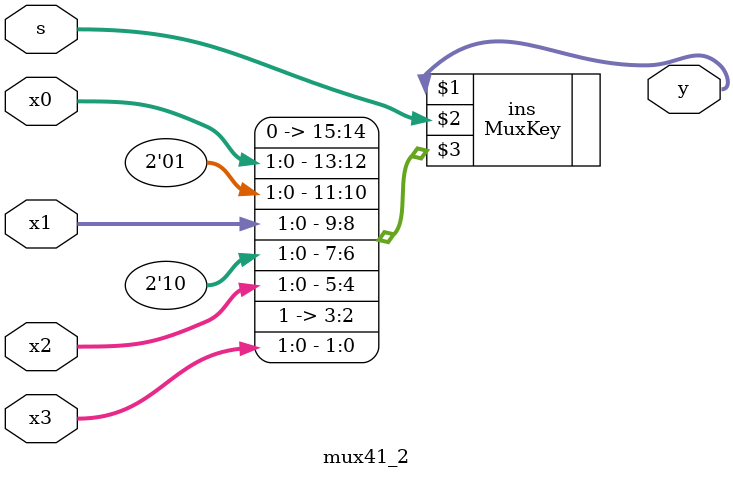
<source format=v>
module mux41_2(
    input [1:0] s,
    input [1:0] x0,
    input [1:0] x1,
    input [1:0] x2,
    input [1:0] x3,
    
    output [1:0] y
);

    MuxKey #(4, 2, 2) ins(
        y,
        s,
        {2'b00, x0,
        2'b01, x1,
        2'b10, x2,
        2'b11, x3}
    );
endmodule

</source>
